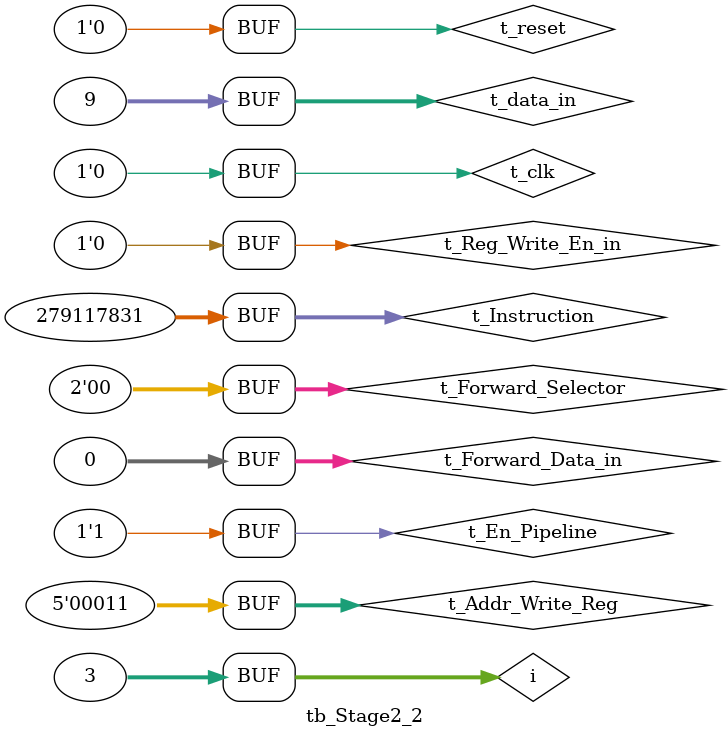
<source format=v>
`timescale 1ns/1ns
module tb_Stage2_2();

reg			t_clk;
reg			t_reset;
reg			t_En_Pipeline;
reg[31:0]	t_Instruction;
reg[4:0]	t_Addr_Write_Reg;
reg			t_Reg_Write_En_in;

wire[7:0]	t_SP_Data;
wire[5:0]	t_ALU_Op_Code_out;
wire		t_ALU_src_out;
wire		t_En_Integer_out;
wire		t_En_Float_out;
wire		t_Memory_Read_out;
wire		t_Memory_Write_out;
wire		t_Reg_Write_En_out;
wire		t_WB_Mux_sel_out;
wire		t_CALL_flag_out;
wire		t_RET_flag_out;
wire		t_BR_flag_out;
wire[4:0]	t_Addr_Write_Reg_out;
wire[31:0]	t_data1_out	;
wire[31:0]	t_data2_out	;
wire[15:0]	t_imm_out	;
wire		t_JMP_flag_out;
	
reg	[31:0]	t_data_in;
	
wire		t_F_Read_Reg_En;
	
reg	[31:0]	t_Forward_Data_in;
reg	[1:0]	t_Forward_Selector;
integer i;
stage2 DUT(
	.clk			   (t_clk),
	.reset			   (t_reset),
	.En_Pipeline	   (t_En_Pipeline),
	.Instruction	   (t_Instruction),
	.Addr_Write_Reg	   (t_Addr_Write_Reg),
	.Reg_Write_En_in   (t_Reg_Write_En_in),
	.SP_Data		   (t_SP_Data),
	.ALU_Op_Code_out   (t_ALU_Op_Code_out),
	.ALU_src_out	   (t_ALU_src_out),
	.En_Integer_out	   (t_En_Integer_out),
	.En_Float_out	   (t_En_Float_out),
	.Memory_Read_out   (t_Memory_Read_out),
	.Memory_Write_out  (t_Memory_Write_out),
	.Reg_Write_En_out  (t_Reg_Write_En_out),
	.WB_Mux_sel_out	   (t_WB_Mux_sel_out),
	.CALL_flag_out	   (t_CALL_flag_out),
	.RET_flag_out	   (t_RET_flag_out),
	.BR_flag_out	   (t_BR_flag_out),
	.Addr_Write_Reg_out(t_Addr_Write_Reg_out),
	.data1_out		   (t_data1_out),
	.data2_out		   (t_data2_out),	
	.imm_out		   (t_imm_out),	
	.JMP_flag_out	   (t_JMP_flag_out),	
	.data_in		   (t_data_in),	
	.F_Read_Reg_En	   (t_F_Read_Reg_En),
	.Forward_Data_in   (t_Forward_Data_in),
	.Forward_Selector  (t_Forward_Selector));
	
	always
	begin
		t_clk=1'b1;
		#10;
		t_clk=1'b0;
		#10;
	end

	initial
	begin
	t_reset=1'd1;
	t_En_Pipeline=1'd1;
	
	t_Instruction=32'd0;
	
	t_Addr_Write_Reg=5'd0;
	t_Reg_Write_En_in=1'd0;
	t_data_in=32'd0;
	
	t_Forward_Data_in=32'd0;
	t_Forward_Selector=2'd0;
	
	#20;
	t_reset=1'd0;
	for (i=0;i<3;i=i+1)begin
		t_Instruction=32'hf8000063;
		#20;
	end
	for(i=0;i<3;i=i+1)begin
		t_Instruction=32'hf4000000;
		#20;
	end
	
	t_Addr_Write_Reg=5'd0;
	t_Reg_Write_En_in=1'd1;
	t_data_in=32'd2;
	#20;
	t_Addr_Write_Reg=5'd5;
	t_Reg_Write_En_in=1'd1;
	t_data_in=32'd7;
	#20;
	t_Addr_Write_Reg=5'd2;
	t_Reg_Write_En_in=1'd1;
	t_data_in=32'd18;
	#20;
	t_Addr_Write_Reg=5'd3;
	t_Reg_Write_En_in=1'd1;
	t_data_in=32'd9;
	#20;
	
	t_Reg_Write_En_in=1'd0;
	t_Instruction=32'h00a01004;
	#20;
	t_Instruction=32'h00623804;
	#20;
	t_Instruction =32'h10a30007;
	#20;
end
endmodule
// run 280ns	//

</source>
